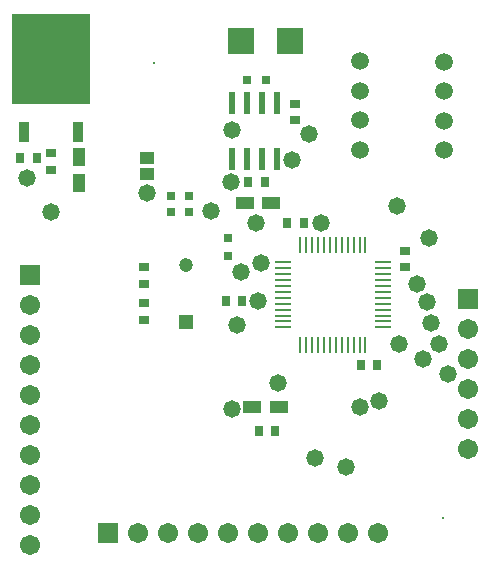
<source format=gts>
G04 Layer_Color=8388736*
%FSLAX44Y44*%
%MOMM*%
G71*
G01*
G75*
%ADD10R,1.4975X1.1176*%
%ADD11R,0.6604X0.8636*%
%ADD12R,1.1176X1.4975*%
%ADD13R,0.8636X0.6604*%
%ADD14R,0.7874X0.7874*%
%ADD15R,0.7556X0.8000*%
%ADD16R,0.2794X1.4732*%
%ADD17R,1.4732X0.2794*%
%ADD18R,0.8000X0.7556*%
%ADD19R,0.5588X1.9812*%
%ADD20R,2.2098X2.2606*%
%ADD21R,0.9398X1.7018*%
%ADD22R,6.6548X7.7216*%
%ADD30R,1.1938X1.1938*%
%ADD31C,1.1938*%
%ADD32C,1.4986*%
%ADD40R,1.1430X1.0160*%
%ADD41C,0.2032*%
%ADD42R,1.7032X1.7032*%
%ADD43C,1.7032*%
%ADD44R,1.7032X1.7032*%
%ADD45C,1.4732*%
D10*
X208656Y133350D02*
D03*
X230764D02*
D03*
X224414Y306070D02*
D03*
X202306D02*
D03*
D11*
X227965Y113030D02*
D03*
X213995D02*
D03*
X26035Y344170D02*
D03*
X12065D02*
D03*
X314325Y168910D02*
D03*
X300355D02*
D03*
X238125Y289560D02*
D03*
X252095D02*
D03*
X205105Y323850D02*
D03*
X219075D02*
D03*
X186055Y223520D02*
D03*
X200025D02*
D03*
D12*
X62230Y345064D02*
D03*
Y322956D02*
D03*
D13*
X38100Y348615D02*
D03*
Y334645D02*
D03*
X116840Y207645D02*
D03*
Y221615D02*
D03*
Y252095D02*
D03*
Y238125D02*
D03*
X245110Y376555D02*
D03*
Y390525D02*
D03*
X337820Y252095D02*
D03*
Y266065D02*
D03*
D14*
X139827Y312420D02*
D03*
X154813D02*
D03*
D15*
X155098Y298450D02*
D03*
X139542D02*
D03*
X204312Y410210D02*
D03*
X219868D02*
D03*
D16*
X249360Y270764D02*
D03*
X254360D02*
D03*
X259360D02*
D03*
X264360D02*
D03*
X269360D02*
D03*
X274360D02*
D03*
X279360D02*
D03*
X284360D02*
D03*
X289360D02*
D03*
X294360D02*
D03*
X299360D02*
D03*
X304360D02*
D03*
Y186436D02*
D03*
X299360D02*
D03*
X294360D02*
D03*
X289360D02*
D03*
X284360D02*
D03*
X279360D02*
D03*
X274360D02*
D03*
X269360D02*
D03*
X264360D02*
D03*
X259360D02*
D03*
X254360D02*
D03*
X249360D02*
D03*
D17*
X319024Y256100D02*
D03*
Y251100D02*
D03*
Y246100D02*
D03*
Y241100D02*
D03*
Y236100D02*
D03*
Y231100D02*
D03*
Y226100D02*
D03*
Y221100D02*
D03*
Y216100D02*
D03*
Y211100D02*
D03*
Y206100D02*
D03*
Y201100D02*
D03*
X234696D02*
D03*
Y206100D02*
D03*
Y211100D02*
D03*
Y216100D02*
D03*
Y221100D02*
D03*
Y226100D02*
D03*
Y231100D02*
D03*
Y236100D02*
D03*
Y241100D02*
D03*
Y246100D02*
D03*
Y251100D02*
D03*
Y256100D02*
D03*
D18*
X187960Y261462D02*
D03*
Y277018D02*
D03*
D19*
X191770Y343408D02*
D03*
X204470D02*
D03*
X217170D02*
D03*
X229870D02*
D03*
Y390652D02*
D03*
X217170D02*
D03*
X204470D02*
D03*
X191770D02*
D03*
D20*
X199263Y443230D02*
D03*
X240157D02*
D03*
D21*
X15600Y366903D02*
D03*
X60600D02*
D03*
D22*
X38100Y427990D02*
D03*
D30*
X152400Y205232D02*
D03*
D31*
Y254000D02*
D03*
D32*
X299720Y426321D02*
D03*
Y401320D02*
D03*
Y376319D02*
D03*
Y351318D02*
D03*
X370840Y425922D02*
D03*
Y400921D02*
D03*
Y375920D02*
D03*
Y350919D02*
D03*
D40*
X119380Y344551D02*
D03*
Y331089D02*
D03*
D41*
X125000Y425000D02*
D03*
X370000Y40000D02*
D03*
D42*
X391160Y224790D02*
D03*
X20320Y245110D02*
D03*
D43*
X391160Y199390D02*
D03*
Y173990D02*
D03*
Y148590D02*
D03*
Y123190D02*
D03*
Y97790D02*
D03*
X20320Y16510D02*
D03*
Y41910D02*
D03*
Y67310D02*
D03*
Y92710D02*
D03*
Y219710D02*
D03*
Y194310D02*
D03*
Y168910D02*
D03*
Y143510D02*
D03*
Y118110D02*
D03*
X314960Y26670D02*
D03*
X289560D02*
D03*
X264160D02*
D03*
X238760D02*
D03*
X213360D02*
D03*
X187960D02*
D03*
X162560D02*
D03*
X137160D02*
D03*
X111760D02*
D03*
D44*
X86360D02*
D03*
D45*
X38100Y298450D02*
D03*
X374650Y161290D02*
D03*
X353060Y173990D02*
D03*
X367030Y186690D02*
D03*
X316230Y138430D02*
D03*
X299720Y133350D02*
D03*
X332740Y186690D02*
D03*
X288290Y82550D02*
D03*
X261620Y90170D02*
D03*
X230246Y154046D02*
D03*
X191770Y132080D02*
D03*
X331470Y303530D02*
D03*
X358140Y276860D02*
D03*
X213360Y223520D02*
D03*
X195580Y203200D02*
D03*
X199390Y247650D02*
D03*
X347980Y237490D02*
D03*
X242570Y342900D02*
D03*
X256540Y364490D02*
D03*
X212090Y289560D02*
D03*
X119380Y314960D02*
D03*
X17780Y327660D02*
D03*
X173990Y299720D02*
D03*
X191770Y368300D02*
D03*
X266700Y289560D02*
D03*
X190500Y323850D02*
D03*
X215900Y255270D02*
D03*
X360045Y204470D02*
D03*
X356870Y222250D02*
D03*
M02*

</source>
